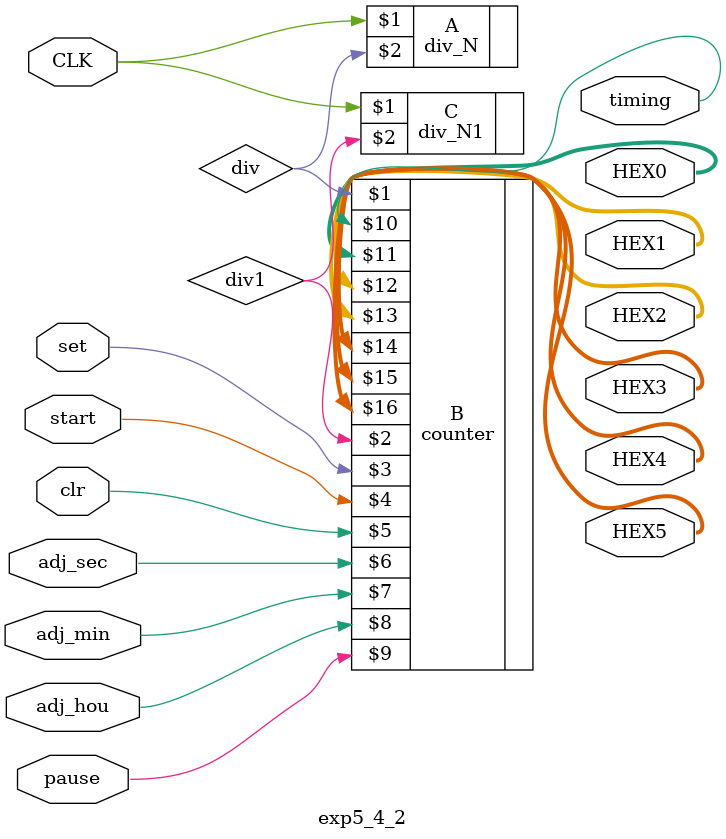
<source format=v>
module exp5_4_2(input CLK,input start,input clr,input adj_sec, input adj_min, 
input adj_hou, input pause,input set,output timing,output [6:0] HEX0,output [6:0] HEX1,output [6:0] HEX2,
output [6:0] HEX3,output [6:0] HEX4,output [6:0] HEX5);
	wire div;
	wire div1;
		div_N A (CLK,div);
		div_N1 C (CLK,div1);
		counter B (div,div1,set,start,clr,adj_sec,adj_min,adj_hou,pause,timing,
		HEX0,HEX1,HEX2,HEX3,HEX4,HEX5);
endmodule

</source>
